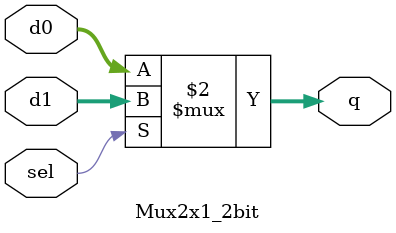
<source format=v>
module Mux2x1_2bit(sel,d0,d1,q);

input  [1:0]d0,d1;
input sel;
output [1:0] q;

wire sel;
wire  [1:0]d0,d1;

assign q = (sel==1'b1)? d1:d0;
endmodule
</source>
